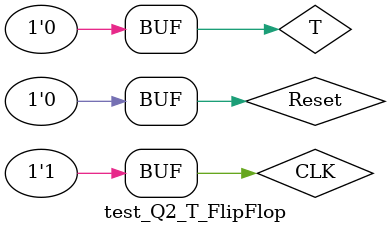
<source format=v>
`timescale 1ns / 1ps


module test_Q2_T_FlipFlop;

	// Inputs
	reg T;
	reg CLK;
	reg Reset;

	// Outputs
	wire Q;

	// Instantiate the Unit Under Test (UUT)
	Q2_T_FlipFlop uut (
		.T(T), 
		.CLK(CLK), 
		.Reset(Reset), 
		.Q(Q)
	);

	initial begin
		// Initialize Inputs
		CLK = 0;
		repeat(9)
		#100 CLK = ~CLK;
	end
	
	initial begin
		// Initialize Inputs
		Reset = 1;
		repeat(1)
		#20 Reset = ~Reset;
	end
	
	initial begin
		// Initialize Inputs
		T = 0;
		repeat(6)
		#200 T = ~T;
	end
      
endmodule


</source>
